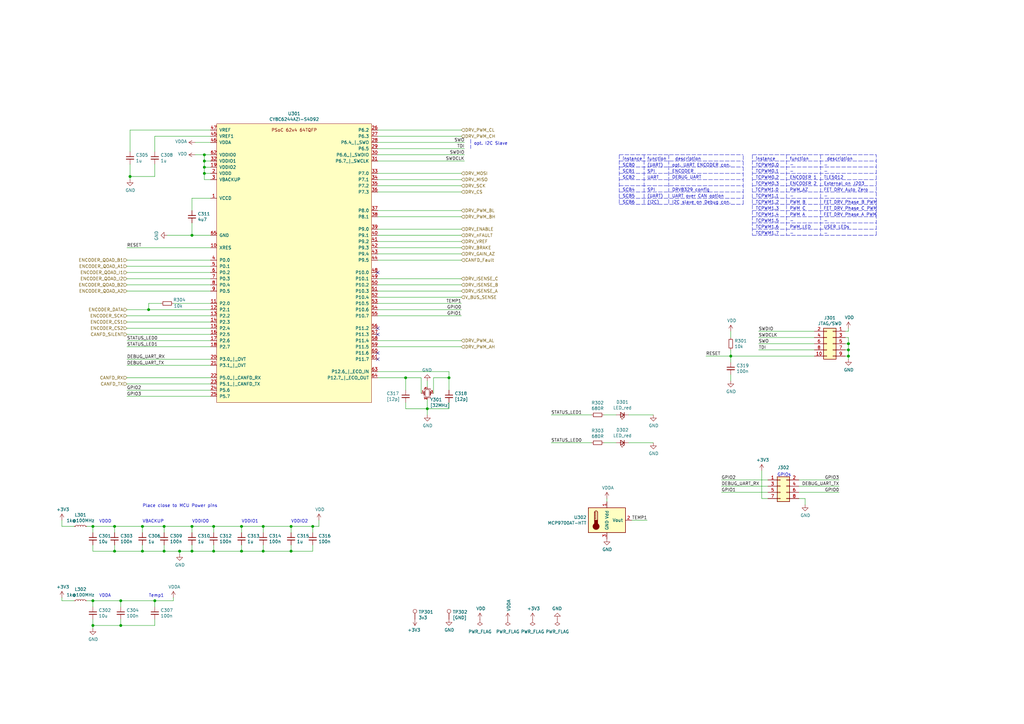
<source format=kicad_sch>
(kicad_sch (version 20210406) (generator eeschema)
  (paper "A3")
  (lib_symbols
    (symbol "Connector:TestPoint" (pin_numbers hide) (pin_names (offset 0.762) hide)
      (property "Reference" "TP" (at 0 6.858 0))
      (property "Value" "TestPoint" (at 0 5.08 0))
      (symbol "TestPoint_1_1"
        (pin passive line (at 0 0 90) (length 2.54) (name "1") (number "1"))
      )
    )
    (symbol "Connector_Generic:Conn_02x04_Odd_Even" (pin_names (offset 1.016) hide)
      (property "Reference" "J" (at 1.27 5.08 0))
      (property "Value" "Conn_02x04_Odd_Even" (at 1.27 -7.62 0))
      (symbol "Conn_02x04_Odd_Even_1_1"
        (pin passive line (at -5.08 2.54 0) (length 3.81) (name "Pin_1") (number "1"))
        (pin passive line (at 7.62 2.54 180) (length 3.81) (name "Pin_2") (number "2"))
        (pin passive line (at -5.08 0 0) (length 3.81) (name "Pin_3") (number "3"))
        (pin passive line (at 7.62 0 180) (length 3.81) (name "Pin_4") (number "4"))
        (pin passive line (at -5.08 -2.54 0) (length 3.81) (name "Pin_5") (number "5"))
        (pin passive line (at 7.62 -2.54 180) (length 3.81) (name "Pin_6") (number "6"))
        (pin passive line (at -5.08 -5.08 0) (length 3.81) (name "Pin_7") (number "7"))
        (pin passive line (at 7.62 -5.08 180) (length 3.81) (name "Pin_8") (number "8"))
      )
    )
    (symbol "Connector_Generic:Conn_02x05_Odd_Even" (pin_names (offset 1.016) hide)
      (property "Reference" "J" (at 1.27 7.62 0))
      (property "Value" "Conn_02x05_Odd_Even" (at 1.27 -7.62 0))
      (symbol "Conn_02x05_Odd_Even_1_1"
        (pin passive line (at -5.08 5.08 0) (length 3.81) (name "Pin_1") (number "1"))
        (pin passive line (at 7.62 -5.08 180) (length 3.81) (name "Pin_10") (number "10"))
        (pin passive line (at 7.62 5.08 180) (length 3.81) (name "Pin_2") (number "2"))
        (pin passive line (at -5.08 2.54 0) (length 3.81) (name "Pin_3") (number "3"))
        (pin passive line (at 7.62 2.54 180) (length 3.81) (name "Pin_4") (number "4"))
        (pin passive line (at -5.08 0 0) (length 3.81) (name "Pin_5") (number "5"))
        (pin passive line (at 7.62 0 180) (length 3.81) (name "Pin_6") (number "6"))
        (pin passive line (at -5.08 -2.54 0) (length 3.81) (name "Pin_7") (number "7"))
        (pin passive line (at 7.62 -2.54 180) (length 3.81) (name "Pin_8") (number "8"))
        (pin passive line (at -5.08 -5.08 0) (length 3.81) (name "Pin_9") (number "9"))
      )
    )
    (symbol "Device:C_Small" (pin_numbers hide) (pin_names (offset 0.254) hide)
      (property "Reference" "C" (at 0.254 1.778 0))
      (property "Value" "C_Small" (at 0.254 -2.032 0))
      (symbol "C_Small_1_1"
        (pin passive line (at 0 2.54 270) (length 2.032) (name "~") (number "1"))
        (pin passive line (at 0 -2.54 90) (length 2.032) (name "~") (number "2"))
      )
    )
    (symbol "Device:Crystal_GND24_Small" (pin_names (offset 1.016) hide)
      (property "Reference" "Y" (at 1.27 4.445 0))
      (property "Value" "Crystal_GND24_Small" (at 1.27 2.54 0))
      (symbol "Crystal_GND24_Small_1_1"
        (pin passive line (at -2.54 0 0) (length 1.27) (name "1") (number "1"))
        (pin passive line (at 0 -2.54 90) (length 0.635) (name "2") (number "2"))
        (pin passive line (at 2.54 0 180) (length 1.27) (name "3") (number "3"))
        (pin passive line (at 0 2.54 270) (length 0.635) (name "4") (number "4"))
      )
    )
    (symbol "Device:LED_Small" (pin_numbers hide) (pin_names (offset 0.254) hide)
      (property "Reference" "D" (at -1.27 3.175 0))
      (property "Value" "LED_Small" (at -4.445 -2.54 0))
      (symbol "LED_Small_1_1"
        (pin passive line (at -2.54 0 0) (length 1.778) (name "K") (number "1"))
        (pin passive line (at 2.54 0 180) (length 1.778) (name "A") (number "2"))
      )
    )
    (symbol "Device:L_Small" (pin_numbers hide) (pin_names (offset 0.254) hide)
      (property "Reference" "L" (at 0.762 1.016 0))
      (property "Value" "L_Small" (at 0.762 -1.016 0))
      (symbol "L_Small_1_1"
        (pin passive line (at 0 2.54 270) (length 0.508) (name "~") (number "1"))
        (pin passive line (at 0 -2.54 90) (length 0.508) (name "~") (number "2"))
      )
    )
    (symbol "Device:R_Small" (pin_numbers hide) (pin_names (offset 0.254) hide)
      (property "Reference" "R" (at 0.762 0.508 0))
      (property "Value" "R_Small" (at 0.762 -1.016 0))
      (symbol "R_Small_1_1"
        (pin passive line (at 0 2.54 270) (length 0.762) (name "~") (number "1"))
        (pin passive line (at 0 -2.54 90) (length 0.762) (name "~") (number "2"))
      )
    )
    (symbol "OpenTurn-rescue:CY8C6244AZI-S4D92-cy8c6244azi-s4d92" (pin_names (offset 1.016))
      (property "Reference" "U" (at 1.27 1.27 0))
      (property "Value" "CY8C6244AZI-S4D92-cy8c6244azi-s4d92" (at 53.34 -115.57 0))
      (symbol "CY8C6244AZI-S4D92-cy8c6244azi-s4d92_0_0"
        (text "PSoC 62x4 64TQFP" (at 31.75 -2.54 0) (effects (font (size 1.27 1.27))))
      )
      (symbol "CY8C6244AZI-S4D92-cy8c6244azi-s4d92_1_1"
        (pin power_out line (at -2.54 -30.48 0) (length 2.54) (name "VCCD") (number "1"))
        (pin bidirectional line (at -2.54 -50.8 0) (length 2.54) (name "XRES") (number "10"))
        (pin bidirectional line (at -2.54 -73.66 0) (length 2.54) (name "P2.0") (number "11"))
        (pin bidirectional line (at -2.54 -76.2 0) (length 2.54) (name "P2.1") (number "12"))
        (pin bidirectional line (at -2.54 -78.74 0) (length 2.54) (name "P2.2") (number "13"))
        (pin bidirectional line (at -2.54 -81.28 0) (length 2.54) (name "P2.3") (number "14"))
        (pin bidirectional line (at -2.54 -83.82 0) (length 2.54) (name "P2.4") (number "15"))
        (pin bidirectional line (at -2.54 -86.36 0) (length 2.54) (name "P2.5") (number "16"))
        (pin bidirectional line (at -2.54 -88.9 0) (length 2.54) (name "P2.6") (number "17"))
        (pin bidirectional line (at -2.54 -91.44 0) (length 2.54) (name "P2.7") (number "18"))
        (pin power_in line (at -2.54 -17.78 0) (length 2.54) (name "VDDIO2") (number "19"))
        (pin power_in line (at -2.54 -20.32 0) (length 2.54) (name "VDDD") (number "2"))
        (pin bidirectional line (at -2.54 -96.52 0) (length 2.54) (name "P3.0_|_OVT") (number "20"))
        (pin bidirectional line (at -2.54 -99.06 0) (length 2.54) (name "P3.1_|_OVT") (number "21"))
        (pin bidirectional line (at -2.54 -104.14 0) (length 2.54) (name "P5.0_|_CANFD_RX") (number "22"))
        (pin bidirectional line (at -2.54 -106.68 0) (length 2.54) (name "P5.1_|_CANFD_TX") (number "23"))
        (pin bidirectional line (at -2.54 -109.22 0) (length 2.54) (name "P5.6") (number "24"))
        (pin bidirectional line (at -2.54 -111.76 0) (length 2.54) (name "P5.7") (number "25"))
        (pin bidirectional line (at 66.04 -2.54 180) (length 2.54) (name "P6.2") (number "26"))
        (pin bidirectional line (at 66.04 -5.08 180) (length 2.54) (name "P6.3") (number "27"))
        (pin bidirectional line (at 66.04 -7.62 180) (length 2.54) (name "P6.4_|_SWO") (number "28"))
        (pin bidirectional line (at 66.04 -10.16 180) (length 2.54) (name "P6.5") (number "29"))
        (pin power_in line (at -2.54 -22.86 0) (length 2.54) (name "VBACKUP") (number "3"))
        (pin bidirectional line (at 66.04 -12.7 180) (length 2.54) (name "P6.6_|_SWDIO") (number "30"))
        (pin bidirectional line (at 66.04 -15.24 180) (length 2.54) (name "P6.7_|_SWCLK") (number "31"))
        (pin power_in line (at -2.54 -15.24 0) (length 2.54) (name "VDDIO1") (number "32"))
        (pin bidirectional line (at 66.04 -20.32 180) (length 2.54) (name "P7.0") (number "33"))
        (pin bidirectional line (at 66.04 -22.86 180) (length 2.54) (name "P7.1") (number "34"))
        (pin bidirectional line (at 66.04 -25.4 180) (length 2.54) (name "P7.2") (number "35"))
        (pin bidirectional line (at 66.04 -27.94 180) (length 2.54) (name "P7.3") (number "36"))
        (pin bidirectional line (at 66.04 -35.56 180) (length 2.54) (name "P8.0") (number "37"))
        (pin bidirectional line (at 66.04 -38.1 180) (length 2.54) (name "P8.1") (number "38"))
        (pin bidirectional line (at 66.04 -43.18 180) (length 2.54) (name "P9.0") (number "39"))
        (pin bidirectional line (at -2.54 -55.88 0) (length 2.54) (name "P0.0") (number "4"))
        (pin bidirectional line (at 66.04 -45.72 180) (length 2.54) (name "P9.1") (number "40"))
        (pin bidirectional line (at 66.04 -48.26 180) (length 2.54) (name "P9.2") (number "41"))
        (pin bidirectional line (at 66.04 -50.8 180) (length 2.54) (name "P9.3") (number "42"))
        (pin bidirectional line (at 66.04 -53.34 180) (length 2.54) (name "P9.4") (number "43"))
        (pin bidirectional line (at 66.04 -55.88 180) (length 2.54) (name "P9.5") (number "44"))
        (pin power_out line (at -2.54 -5.08 0) (length 2.54) (name "VREF1") (number "45"))
        (pin power_in line (at -2.54 -7.62 0) (length 2.54) (name "VDDA") (number "46"))
        (pin power_out line (at -2.54 -2.54 0) (length 2.54) (name "VREF") (number "47"))
        (pin bidirectional line (at 66.04 -60.96 180) (length 2.54) (name "P10.0") (number "48"))
        (pin bidirectional line (at 66.04 -63.5 180) (length 2.54) (name "P10.1") (number "49"))
        (pin bidirectional line (at -2.54 -58.42 0) (length 2.54) (name "P0.1") (number "5"))
        (pin bidirectional line (at 66.04 -66.04 180) (length 2.54) (name "P10.2") (number "50"))
        (pin bidirectional line (at 66.04 -68.58 180) (length 2.54) (name "P10.3") (number "51"))
        (pin bidirectional line (at 66.04 -71.12 180) (length 2.54) (name "P10.4") (number "52"))
        (pin bidirectional line (at 66.04 -73.66 180) (length 2.54) (name "P10.5") (number "53"))
        (pin bidirectional line (at 66.04 -76.2 180) (length 2.54) (name "P10.6") (number "54"))
        (pin bidirectional line (at 66.04 -78.74 180) (length 2.54) (name "P10.7") (number "55"))
        (pin bidirectional line (at 66.04 -83.82 180) (length 2.54) (name "P11.2") (number "56"))
        (pin bidirectional line (at 66.04 -86.36 180) (length 2.54) (name "P11.3") (number "57"))
        (pin bidirectional line (at 66.04 -88.9 180) (length 2.54) (name "P11.4") (number "58"))
        (pin bidirectional line (at 66.04 -91.44 180) (length 2.54) (name "P11.5") (number "59"))
        (pin bidirectional line (at -2.54 -60.96 0) (length 2.54) (name "P0.2") (number "6"))
        (pin bidirectional line (at 66.04 -93.98 180) (length 2.54) (name "P11.6") (number "60"))
        (pin bidirectional line (at 66.04 -96.52 180) (length 2.54) (name "P11.7") (number "61"))
        (pin power_in line (at -2.54 -12.7 0) (length 2.54) (name "VDDIO0") (number "62"))
        (pin bidirectional line (at 66.04 -101.6 180) (length 2.54) (name "P12.6_|_ECO_IN") (number "63"))
        (pin bidirectional line (at 66.04 -104.14 180) (length 2.54) (name "P12.7_|_ECO_OUT") (number "64"))
        (pin power_in line (at -2.54 -45.72 0) (length 2.54) (name "GND") (number "65"))
        (pin bidirectional line (at -2.54 -63.5 0) (length 2.54) (name "P0.3") (number "7"))
        (pin bidirectional line (at -2.54 -66.04 0) (length 2.54) (name "P0.4") (number "8"))
        (pin bidirectional line (at -2.54 -68.58 0) (length 2.54) (name "P0.5") (number "9"))
      )
    )
    (symbol "Sensor_Temperature:MCP9700AT-HTT" (pin_names (offset 1.016))
      (property "Reference" "U" (at -6.35 6.35 0))
      (property "Value" "MCP9700AT-HTT" (at 1.27 6.35 0))
      (symbol "MCP9700AT-HTT_1_1"
        (pin power_in line (at 0 7.62 270) (length 2.54) (name "Vdd") (number "1"))
        (pin output line (at 10.16 0 180) (length 2.54) (name "Vout") (number "2"))
        (pin power_in line (at 0 -7.62 90) (length 2.54) (name "GND") (number "3"))
      )
    )
    (symbol "power:+3.3V" (power) (pin_names (offset 0))
      (property "Value" "+3.3V" (at 0 3.556 0))
      (symbol "+3.3V_1_1"
        (pin power_in line (at 0 0 90) (length 0) hide (name "+3V3") (number "1"))
      )
    )
    (symbol "power:GND" (power) (pin_names (offset 0))
      (property "Value" "GND" (at 0 -3.81 0))
      (symbol "GND_1_1"
        (pin power_in line (at 0 0 270) (length 0) hide (name "GND") (number "1"))
      )
    )
    (symbol "power:PWR_FLAG" (power) (pin_numbers hide) (pin_names (offset 0) hide)
      (property "Value" "PWR_FLAG" (at 0 3.81 0))
      (symbol "PWR_FLAG_0_0"
        (pin power_out line (at 0 0 90) (length 0) (name "pwr") (number "1"))
      )
    )
    (symbol "power:VDD" (power) (pin_names (offset 0))
      (property "Value" "VDD" (at 0 3.81 0))
      (symbol "VDD_1_1"
        (pin power_in line (at 0 0 90) (length 0) hide (name "VDD") (number "1"))
      )
    )
    (symbol "power:VDDA" (power) (pin_names (offset 0))
      (property "Value" "VDDA" (at 0 3.81 0))
      (symbol "VDDA_1_1"
        (pin power_in line (at 0 0 90) (length 0) hide (name "VDDA") (number "1"))
      )
    )
  )
  (junction (at 38.1 215.9) (diameter 1.016))
  (junction (at 38.1 246.38) (diameter 1.016))
  (junction (at 38.1 256.54) (diameter 1.016))
  (junction (at 46.99 215.9) (diameter 1.016))
  (junction (at 46.99 226.06) (diameter 1.016))
  (junction (at 49.53 246.38) (diameter 1.016))
  (junction (at 49.53 256.54) (diameter 1.016))
  (junction (at 53.34 72.39) (diameter 1.016))
  (junction (at 58.42 215.9) (diameter 1.016))
  (junction (at 58.42 226.06) (diameter 1.016))
  (junction (at 60.96 127) (diameter 1.016))
  (junction (at 63.5 246.38) (diameter 1.016))
  (junction (at 67.31 215.9) (diameter 1.016))
  (junction (at 67.31 226.06) (diameter 1.016))
  (junction (at 73.66 226.06) (diameter 1.016))
  (junction (at 78.74 96.52) (diameter 1.016))
  (junction (at 78.74 215.9) (diameter 1.016))
  (junction (at 78.74 226.06) (diameter 1.016))
  (junction (at 83.82 63.5) (diameter 1.016))
  (junction (at 83.82 66.04) (diameter 1.016))
  (junction (at 83.82 68.58) (diameter 1.016))
  (junction (at 83.82 71.12) (diameter 1.016))
  (junction (at 87.63 215.9) (diameter 1.016))
  (junction (at 87.63 226.06) (diameter 1.016))
  (junction (at 99.06 215.9) (diameter 1.016))
  (junction (at 99.06 226.06) (diameter 1.016))
  (junction (at 107.95 215.9) (diameter 1.016))
  (junction (at 107.95 226.06) (diameter 1.016))
  (junction (at 119.38 215.9) (diameter 1.016))
  (junction (at 119.38 226.06) (diameter 1.016))
  (junction (at 128.27 215.9) (diameter 1.016))
  (junction (at 166.37 154.94) (diameter 1.016))
  (junction (at 175.26 167.64) (diameter 1.016))
  (junction (at 184.15 154.94) (diameter 1.016))
  (junction (at 299.72 146.05) (diameter 1.016))
  (junction (at 347.98 140.97) (diameter 1.016))
  (junction (at 347.98 143.51) (diameter 1.016))
  (junction (at 347.98 146.05) (diameter 1.016))
  (no_connect (at 154.94 111.76))
  (no_connect (at 154.94 134.62))
  (no_connect (at 154.94 137.16))
  (no_connect (at 154.94 144.78))
  (no_connect (at 154.94 147.32))
  (wire (pts (xy 25.4 215.9) (xy 25.4 213.36)))
  (wire (pts (xy 25.4 246.38) (xy 25.4 245.11)))
  (wire (pts (xy 30.48 215.9) (xy 25.4 215.9)))
  (wire (pts (xy 30.48 246.38) (xy 25.4 246.38)))
  (wire (pts (xy 35.56 215.9) (xy 38.1 215.9)))
  (wire (pts (xy 35.56 246.38) (xy 38.1 246.38)))
  (wire (pts (xy 38.1 215.9) (xy 46.99 215.9)))
  (wire (pts (xy 38.1 218.44) (xy 38.1 215.9)))
  (wire (pts (xy 38.1 226.06) (xy 38.1 223.52)))
  (wire (pts (xy 38.1 226.06) (xy 46.99 226.06)))
  (wire (pts (xy 38.1 246.38) (xy 49.53 246.38)))
  (wire (pts (xy 38.1 248.92) (xy 38.1 246.38)))
  (wire (pts (xy 38.1 256.54) (xy 38.1 254)))
  (wire (pts (xy 38.1 256.54) (xy 49.53 256.54)))
  (wire (pts (xy 38.1 257.81) (xy 38.1 256.54)))
  (wire (pts (xy 46.99 215.9) (xy 58.42 215.9)))
  (wire (pts (xy 46.99 218.44) (xy 46.99 215.9)))
  (wire (pts (xy 46.99 223.52) (xy 46.99 226.06)))
  (wire (pts (xy 49.53 246.38) (xy 63.5 246.38)))
  (wire (pts (xy 49.53 248.92) (xy 49.53 246.38)))
  (wire (pts (xy 49.53 254) (xy 49.53 256.54)))
  (wire (pts (xy 52.07 106.68) (xy 86.36 106.68)))
  (wire (pts (xy 52.07 109.22) (xy 86.36 109.22)))
  (wire (pts (xy 52.07 111.76) (xy 86.36 111.76)))
  (wire (pts (xy 52.07 114.3) (xy 86.36 114.3)))
  (wire (pts (xy 52.07 116.84) (xy 86.36 116.84)))
  (wire (pts (xy 52.07 119.38) (xy 86.36 119.38)))
  (wire (pts (xy 52.07 129.54) (xy 86.36 129.54)))
  (wire (pts (xy 52.07 132.08) (xy 86.36 132.08)))
  (wire (pts (xy 52.07 134.62) (xy 86.36 134.62)))
  (wire (pts (xy 53.34 53.34) (xy 53.34 62.23)))
  (wire (pts (xy 53.34 67.31) (xy 53.34 72.39)))
  (wire (pts (xy 53.34 73.66) (xy 53.34 72.39)))
  (wire (pts (xy 58.42 215.9) (xy 67.31 215.9)))
  (wire (pts (xy 58.42 218.44) (xy 58.42 215.9)))
  (wire (pts (xy 58.42 226.06) (xy 46.99 226.06)))
  (wire (pts (xy 58.42 226.06) (xy 58.42 223.52)))
  (wire (pts (xy 58.42 226.06) (xy 67.31 226.06)))
  (wire (pts (xy 60.96 124.46) (xy 60.96 127)))
  (wire (pts (xy 60.96 127) (xy 52.07 127)))
  (wire (pts (xy 60.96 127) (xy 86.36 127)))
  (wire (pts (xy 63.5 55.88) (xy 63.5 62.23)))
  (wire (pts (xy 63.5 67.31) (xy 63.5 72.39)))
  (wire (pts (xy 63.5 72.39) (xy 53.34 72.39)))
  (wire (pts (xy 63.5 246.38) (xy 63.5 248.92)))
  (wire (pts (xy 63.5 246.38) (xy 71.12 246.38)))
  (wire (pts (xy 63.5 254) (xy 63.5 256.54)))
  (wire (pts (xy 63.5 256.54) (xy 49.53 256.54)))
  (wire (pts (xy 66.04 124.46) (xy 60.96 124.46)))
  (wire (pts (xy 67.31 215.9) (xy 78.74 215.9)))
  (wire (pts (xy 67.31 218.44) (xy 67.31 215.9)))
  (wire (pts (xy 67.31 223.52) (xy 67.31 226.06)))
  (wire (pts (xy 71.12 246.38) (xy 71.12 245.11)))
  (wire (pts (xy 73.66 226.06) (xy 67.31 226.06)))
  (wire (pts (xy 73.66 227.33) (xy 73.66 226.06)))
  (wire (pts (xy 78.74 86.36) (xy 78.74 81.28)))
  (wire (pts (xy 78.74 91.44) (xy 78.74 96.52)))
  (wire (pts (xy 78.74 96.52) (xy 68.58 96.52)))
  (wire (pts (xy 78.74 215.9) (xy 87.63 215.9)))
  (wire (pts (xy 78.74 218.44) (xy 78.74 215.9)))
  (wire (pts (xy 78.74 226.06) (xy 73.66 226.06)))
  (wire (pts (xy 78.74 226.06) (xy 78.74 223.52)))
  (wire (pts (xy 78.74 226.06) (xy 87.63 226.06)))
  (wire (pts (xy 80.01 58.42) (xy 86.36 58.42)))
  (wire (pts (xy 80.01 63.5) (xy 83.82 63.5)))
  (wire (pts (xy 83.82 63.5) (xy 83.82 66.04)))
  (wire (pts (xy 83.82 63.5) (xy 86.36 63.5)))
  (wire (pts (xy 83.82 66.04) (xy 83.82 68.58)))
  (wire (pts (xy 83.82 66.04) (xy 86.36 66.04)))
  (wire (pts (xy 83.82 68.58) (xy 83.82 71.12)))
  (wire (pts (xy 83.82 71.12) (xy 83.82 73.66)))
  (wire (pts (xy 83.82 73.66) (xy 86.36 73.66)))
  (wire (pts (xy 86.36 53.34) (xy 53.34 53.34)))
  (wire (pts (xy 86.36 55.88) (xy 63.5 55.88)))
  (wire (pts (xy 86.36 68.58) (xy 83.82 68.58)))
  (wire (pts (xy 86.36 71.12) (xy 83.82 71.12)))
  (wire (pts (xy 86.36 81.28) (xy 78.74 81.28)))
  (wire (pts (xy 86.36 96.52) (xy 78.74 96.52)))
  (wire (pts (xy 86.36 101.6) (xy 52.07 101.6)))
  (wire (pts (xy 86.36 124.46) (xy 71.12 124.46)))
  (wire (pts (xy 86.36 137.16) (xy 52.07 137.16)))
  (wire (pts (xy 86.36 139.7) (xy 52.07 139.7)))
  (wire (pts (xy 86.36 142.24) (xy 52.07 142.24)))
  (wire (pts (xy 86.36 147.32) (xy 52.07 147.32)))
  (wire (pts (xy 86.36 149.86) (xy 52.07 149.86)))
  (wire (pts (xy 86.36 154.94) (xy 52.07 154.94)))
  (wire (pts (xy 86.36 157.48) (xy 52.07 157.48)))
  (wire (pts (xy 86.36 160.02) (xy 52.07 160.02)))
  (wire (pts (xy 86.36 162.56) (xy 52.07 162.56)))
  (wire (pts (xy 87.63 215.9) (xy 99.06 215.9)))
  (wire (pts (xy 87.63 218.44) (xy 87.63 215.9)))
  (wire (pts (xy 87.63 223.52) (xy 87.63 226.06)))
  (wire (pts (xy 99.06 215.9) (xy 107.95 215.9)))
  (wire (pts (xy 99.06 218.44) (xy 99.06 215.9)))
  (wire (pts (xy 99.06 226.06) (xy 87.63 226.06)))
  (wire (pts (xy 99.06 226.06) (xy 99.06 223.52)))
  (wire (pts (xy 99.06 226.06) (xy 107.95 226.06)))
  (wire (pts (xy 107.95 215.9) (xy 119.38 215.9)))
  (wire (pts (xy 107.95 218.44) (xy 107.95 215.9)))
  (wire (pts (xy 107.95 223.52) (xy 107.95 226.06)))
  (wire (pts (xy 119.38 215.9) (xy 128.27 215.9)))
  (wire (pts (xy 119.38 218.44) (xy 119.38 215.9)))
  (wire (pts (xy 119.38 226.06) (xy 107.95 226.06)))
  (wire (pts (xy 119.38 226.06) (xy 119.38 223.52)))
  (wire (pts (xy 119.38 226.06) (xy 128.27 226.06)))
  (wire (pts (xy 128.27 215.9) (xy 130.81 215.9)))
  (wire (pts (xy 128.27 218.44) (xy 128.27 215.9)))
  (wire (pts (xy 128.27 223.52) (xy 128.27 226.06)))
  (wire (pts (xy 130.81 215.9) (xy 130.81 213.36)))
  (wire (pts (xy 154.94 53.34) (xy 189.23 53.34)))
  (wire (pts (xy 154.94 55.88) (xy 189.23 55.88)))
  (wire (pts (xy 154.94 58.42) (xy 190.5 58.42)))
  (wire (pts (xy 154.94 60.96) (xy 190.5 60.96)))
  (wire (pts (xy 154.94 63.5) (xy 190.5 63.5)))
  (wire (pts (xy 154.94 66.04) (xy 190.5 66.04)))
  (wire (pts (xy 154.94 71.12) (xy 189.23 71.12)))
  (wire (pts (xy 154.94 73.66) (xy 189.23 73.66)))
  (wire (pts (xy 154.94 76.2) (xy 189.23 76.2)))
  (wire (pts (xy 154.94 78.74) (xy 189.23 78.74)))
  (wire (pts (xy 154.94 86.36) (xy 189.23 86.36)))
  (wire (pts (xy 154.94 88.9) (xy 189.23 88.9)))
  (wire (pts (xy 154.94 93.98) (xy 189.23 93.98)))
  (wire (pts (xy 154.94 96.52) (xy 189.23 96.52)))
  (wire (pts (xy 154.94 99.06) (xy 189.23 99.06)))
  (wire (pts (xy 154.94 101.6) (xy 189.23 101.6)))
  (wire (pts (xy 154.94 104.14) (xy 189.23 104.14)))
  (wire (pts (xy 154.94 106.68) (xy 189.23 106.68)))
  (wire (pts (xy 154.94 114.3) (xy 189.23 114.3)))
  (wire (pts (xy 154.94 116.84) (xy 189.23 116.84)))
  (wire (pts (xy 154.94 119.38) (xy 189.23 119.38)))
  (wire (pts (xy 154.94 121.92) (xy 189.23 121.92)))
  (wire (pts (xy 154.94 124.46) (xy 189.23 124.46)))
  (wire (pts (xy 154.94 127) (xy 189.23 127)))
  (wire (pts (xy 154.94 129.54) (xy 189.23 129.54)))
  (wire (pts (xy 154.94 139.7) (xy 189.23 139.7)))
  (wire (pts (xy 154.94 142.24) (xy 189.23 142.24)))
  (wire (pts (xy 154.94 154.94) (xy 166.37 154.94)))
  (wire (pts (xy 166.37 154.94) (xy 166.37 160.02)))
  (wire (pts (xy 166.37 154.94) (xy 172.72 154.94)))
  (wire (pts (xy 166.37 165.1) (xy 166.37 167.64)))
  (wire (pts (xy 166.37 167.64) (xy 175.26 167.64)))
  (wire (pts (xy 172.72 161.29) (xy 172.72 154.94)))
  (wire (pts (xy 175.26 158.75) (xy 175.26 156.21)))
  (wire (pts (xy 175.26 163.83) (xy 175.26 167.64)))
  (wire (pts (xy 175.26 167.64) (xy 175.26 170.18)))
  (wire (pts (xy 175.26 167.64) (xy 184.15 167.64)))
  (wire (pts (xy 177.8 154.94) (xy 177.8 161.29)))
  (wire (pts (xy 177.8 154.94) (xy 184.15 154.94)))
  (wire (pts (xy 184.15 152.4) (xy 154.94 152.4)))
  (wire (pts (xy 184.15 154.94) (xy 184.15 152.4)))
  (wire (pts (xy 184.15 154.94) (xy 184.15 160.02)))
  (wire (pts (xy 184.15 165.1) (xy 184.15 167.64)))
  (wire (pts (xy 226.06 170.18) (xy 242.57 170.18)))
  (wire (pts (xy 226.06 181.61) (xy 242.57 181.61)))
  (wire (pts (xy 247.65 170.18) (xy 252.73 170.18)))
  (wire (pts (xy 247.65 181.61) (xy 252.73 181.61)))
  (wire (pts (xy 248.92 204.47) (xy 248.92 205.74)))
  (wire (pts (xy 257.81 170.18) (xy 267.97 170.18)))
  (wire (pts (xy 257.81 181.61) (xy 267.97 181.61)))
  (wire (pts (xy 259.08 213.36) (xy 265.43 213.36)))
  (wire (pts (xy 289.56 146.05) (xy 299.72 146.05)))
  (wire (pts (xy 295.91 196.85) (xy 314.96 196.85)))
  (wire (pts (xy 295.91 201.93) (xy 314.96 201.93)))
  (wire (pts (xy 299.72 135.89) (xy 299.72 138.43)))
  (wire (pts (xy 299.72 143.51) (xy 299.72 146.05)))
  (wire (pts (xy 299.72 146.05) (xy 334.01 146.05)))
  (wire (pts (xy 299.72 148.59) (xy 299.72 146.05)))
  (wire (pts (xy 299.72 153.67) (xy 299.72 156.21)))
  (wire (pts (xy 311.15 143.51) (xy 334.01 143.51)))
  (wire (pts (xy 312.42 193.04) (xy 312.42 204.47)))
  (wire (pts (xy 312.42 204.47) (xy 314.96 204.47)))
  (wire (pts (xy 314.96 199.39) (xy 295.91 199.39)))
  (wire (pts (xy 327.66 196.85) (xy 344.17 196.85)))
  (wire (pts (xy 327.66 199.39) (xy 344.17 199.39)))
  (wire (pts (xy 327.66 201.93) (xy 344.17 201.93)))
  (wire (pts (xy 330.2 204.47) (xy 327.66 204.47)))
  (wire (pts (xy 330.2 207.01) (xy 330.2 204.47)))
  (wire (pts (xy 334.01 135.89) (xy 311.15 135.89)))
  (wire (pts (xy 334.01 138.43) (xy 311.15 138.43)))
  (wire (pts (xy 334.01 140.97) (xy 311.15 140.97)))
  (wire (pts (xy 347.98 134.62) (xy 347.98 135.89)))
  (wire (pts (xy 347.98 135.89) (xy 346.71 135.89)))
  (wire (pts (xy 347.98 138.43) (xy 346.71 138.43)))
  (wire (pts (xy 347.98 140.97) (xy 346.71 140.97)))
  (wire (pts (xy 347.98 140.97) (xy 347.98 138.43)))
  (wire (pts (xy 347.98 143.51) (xy 346.71 143.51)))
  (wire (pts (xy 347.98 143.51) (xy 347.98 140.97)))
  (wire (pts (xy 347.98 146.05) (xy 346.71 146.05)))
  (wire (pts (xy 347.98 146.05) (xy 347.98 143.51)))
  (wire (pts (xy 347.98 147.32) (xy 347.98 146.05)))
  (polyline (pts (xy 193.04 57.15) (xy 193.04 60.96)) (stroke (width 0) (type dash)))
  (polyline (pts (xy 254 63.5) (xy 254 83.82)) (stroke (width 0) (type dash)))
  (polyline (pts (xy 254 63.5) (xy 304.8 63.5)) (stroke (width 0) (type dash)))
  (polyline (pts (xy 254 66.04) (xy 304.8 66.04)) (stroke (width 0) (type dash)))
  (polyline (pts (xy 254 68.4936) (xy 304.8 68.4936)) (stroke (width 0) (type dash)))
  (polyline (pts (xy 254 71.12) (xy 304.8 71.12)) (stroke (width 0) (type dash)))
  (polyline (pts (xy 254 73.66) (xy 304.8 73.66)) (stroke (width 0) (type dash)))
  (polyline (pts (xy 254 76.2) (xy 304.8 76.2)) (stroke (width 0) (type dash)))
  (polyline (pts (xy 254 78.74) (xy 304.8 78.74)) (stroke (width 0) (type dash)))
  (polyline (pts (xy 254 81.28) (xy 304.8 81.28)) (stroke (width 0) (type dash)))
  (polyline (pts (xy 254 83.82) (xy 304.8 83.82)) (stroke (width 0) (type dash)))
  (polyline (pts (xy 264.16 63.5) (xy 264.16 83.82)) (stroke (width 0) (type dash)))
  (polyline (pts (xy 274.32 63.5) (xy 274.32 83.82)) (stroke (width 0) (type dash)))
  (polyline (pts (xy 304.8 83.82) (xy 304.8 63.5)) (stroke (width 0) (type dash)))
  (polyline (pts (xy 308.61 63.5) (xy 308.61 96.52)) (stroke (width 0) (type dash)))
  (polyline (pts (xy 308.61 63.5) (xy 359.41 63.5)) (stroke (width 0) (type dash)))
  (polyline (pts (xy 308.61 66.04) (xy 359.41 66.04)) (stroke (width 0) (type dash)))
  (polyline (pts (xy 308.61 68.4936) (xy 359.41 68.4936)) (stroke (width 0) (type dash)))
  (polyline (pts (xy 308.61 71.12) (xy 359.41 71.12)) (stroke (width 0) (type dash)))
  (polyline (pts (xy 308.61 73.66) (xy 359.41 73.66)) (stroke (width 0) (type dash)))
  (polyline (pts (xy 308.61 76.2) (xy 359.41 76.2)) (stroke (width 0) (type dash)))
  (polyline (pts (xy 308.61 78.74) (xy 359.41 78.74)) (stroke (width 0) (type dash)))
  (polyline (pts (xy 308.61 81.28) (xy 359.41 81.28)) (stroke (width 0) (type dash)))
  (polyline (pts (xy 308.61 83.82) (xy 359.41 83.82)) (stroke (width 0) (type dash)))
  (polyline (pts (xy 308.61 86.36) (xy 359.41 86.36)) (stroke (width 0) (type dash)))
  (polyline (pts (xy 308.61 88.9) (xy 359.41 88.9)) (stroke (width 0) (type dash)))
  (polyline (pts (xy 308.61 91.44) (xy 359.41 91.44)) (stroke (width 0) (type dash)))
  (polyline (pts (xy 308.61 93.98) (xy 359.41 93.98)) (stroke (width 0) (type dash)))
  (polyline (pts (xy 308.61 96.52) (xy 359.41 96.52)) (stroke (width 0) (type dash)))
  (polyline (pts (xy 322.58 63.5) (xy 322.58 96.52)) (stroke (width 0) (type dash)))
  (polyline (pts (xy 336.55 63.5) (xy 336.55 96.52)) (stroke (width 0) (type dash)))
  (polyline (pts (xy 359.41 96.52) (xy 359.41 63.5)) (stroke (width 0) (type dash)))
  (text "VDDD" (at 40.64 214.63 0) (effects (font (size 1.27 1.27)) (justify left bottom)))
  (text "VDDA" (at 40.64 245.11 0) (effects (font (size 1.27 1.27)) (justify left bottom)))
  (text "Place close to MCU Power pins" (at 58.42 208.28 0) (effects (font (size 1.27 1.27)) (justify left bottom)))
  (text "VBACKUP" (at 58.42 214.63 0) (effects (font (size 1.27 1.27)) (justify left bottom)))
  (text "Temp1" (at 60.96 245.11 0) (effects (font (size 1.27 1.27)) (justify left bottom)))
  (text "VDDIO0" (at 78.74 214.63 0) (effects (font (size 1.27 1.27)) (justify left bottom)))
  (text "VDDIO1" (at 99.06 214.63 0) (effects (font (size 1.27 1.27)) (justify left bottom)))
  (text "VDDIO2" (at 119.38 214.63 0) (effects (font (size 1.27 1.27)) (justify left bottom)))
  (text "opt. I2C Slave" (at 194.31 59.69 0) (effects (font (size 1.27 1.27)) (justify left bottom)))
  (text "instance" (at 255.27 66.04 0) (effects (font (size 1.27 1.27)) (justify left bottom)))
  (text "SCB0" (at 255.27 68.58 0) (effects (font (size 1.27 1.27)) (justify left bottom)))
  (text "SCB1" (at 255.27 71.12 0) (effects (font (size 1.27 1.27)) (justify left bottom)))
  (text "SCB2" (at 255.27 73.66 0) (effects (font (size 1.27 1.27)) (justify left bottom)))
  (text "SCB4" (at 255.27 78.74 0) (effects (font (size 1.27 1.27)) (justify left bottom)))
  (text "SCB5" (at 255.27 81.28 0) (effects (font (size 1.27 1.27)) (justify left bottom)))
  (text "SCB6" (at 255.27 83.82 0) (effects (font (size 1.27 1.27)) (justify left bottom)))
  (text "function" (at 265.43 66.04 0) (effects (font (size 1.27 1.27)) (justify left bottom)))
  (text "(UART)" (at 265.43 68.58 0) (effects (font (size 1.27 1.27)) (justify left bottom)))
  (text "SPI" (at 265.43 71.12 0) (effects (font (size 1.27 1.27)) (justify left bottom)))
  (text "UART" (at 265.43 73.66 0) (effects (font (size 1.27 1.27)) (justify left bottom)))
  (text "SPI" (at 265.43 78.74 0) (effects (font (size 1.27 1.27)) (justify left bottom)))
  (text "(UART)" (at 265.43 81.28 0) (effects (font (size 1.27 1.27)) (justify left bottom)))
  (text "(I2C)" (at 265.43 83.82 0) (effects (font (size 1.27 1.27)) (justify left bottom)))
  (text "opt. UART ENCODER con." (at 275.59 68.58 0) (effects (font (size 1.27 1.27)) (justify left bottom)))
  (text "ENCODER" (at 275.59 71.12 0) (effects (font (size 1.27 1.27)) (justify left bottom)))
  (text "DEBUG UART" (at 275.59 73.5736 0) (effects (font (size 1.27 1.27)) (justify left bottom)))
  (text "DRV8329 config" (at 275.59 78.74 0) (effects (font (size 1.27 1.27)) (justify left bottom)))
  (text "UART over CAN option" (at 275.59 81.28 0) (effects (font (size 1.27 1.27)) (justify left bottom)))
  (text "I2C slave on Debug con." (at 275.59 83.82 0) (effects (font (size 1.27 1.27)) (justify left bottom)))
  (text "description" (at 276.86 66.04 0) (effects (font (size 1.27 1.27)) (justify left bottom)))
  (text "TCPWM1.0" (at 309.7607 78.74 0) (effects (font (size 1.27 1.27)) (justify left bottom)))
  (text "instance" (at 309.88 66.04 0) (effects (font (size 1.27 1.27)) (justify left bottom)))
  (text "TCPWM0.0" (at 309.88 68.58 0) (effects (font (size 1.27 1.27)) (justify left bottom)))
  (text "TCPWM0.1" (at 309.88 71.12 0) (effects (font (size 1.27 1.27)) (justify left bottom)))
  (text "TCPWM0.2" (at 309.88 73.66 0) (effects (font (size 1.27 1.27)) (justify left bottom)))
  (text "TCPWM0.3" (at 309.88 76.2 0) (effects (font (size 1.27 1.27)) (justify left bottom)))
  (text "TCPWM1.1" (at 309.88 81.28 0) (effects (font (size 1.27 1.27)) (justify left bottom)))
  (text "TCPWM1.2" (at 309.88 83.82 0) (effects (font (size 1.27 1.27)) (justify left bottom)))
  (text "TCPWM1.3" (at 309.88 86.36 0) (effects (font (size 1.27 1.27)) (justify left bottom)))
  (text "TCPWM1.4" (at 309.88 88.9 0) (effects (font (size 1.27 1.27)) (justify left bottom)))
  (text "TCPWM1.5" (at 309.88 91.44 0) (effects (font (size 1.27 1.27)) (justify left bottom)))
  (text "TCPWM1.6" (at 309.88 93.98 0) (effects (font (size 1.27 1.27)) (justify left bottom)))
  (text "TCPWM1.7" (at 309.88 96.52 0) (effects (font (size 1.27 1.27)) (justify left bottom)))
  (text "GPIOs" (at 318.77 195.58 0) (effects (font (size 1.27 1.27)) (justify left bottom)))
  (text "function" (at 323.85 66.04 0) (effects (font (size 1.27 1.27)) (justify left bottom)))
  (text "-" (at 323.85 68.4936 0) (effects (font (size 1.27 1.27)) (justify left bottom)))
  (text "-" (at 323.85 71.12 0) (effects (font (size 1.27 1.27)) (justify left bottom)))
  (text "ENCODER 1" (at 323.85 73.66 0) (effects (font (size 1.27 1.27)) (justify left bottom)))
  (text "ENCODER 2" (at 323.85 76.2 0) (effects (font (size 1.27 1.27)) (justify left bottom)))
  (text "PWM_AZ" (at 323.85 78.74 0) (effects (font (size 1.27 1.27)) (justify left bottom)))
  (text "-" (at 323.85 81.28 0) (effects (font (size 1.27 1.27)) (justify left bottom)))
  (text "PWM B" (at 323.85 83.82 0) (effects (font (size 1.27 1.27)) (justify left bottom)))
  (text "PWM C" (at 323.85 86.36 0) (effects (font (size 1.27 1.27)) (justify left bottom)))
  (text "PWM A" (at 323.85 88.9 0) (effects (font (size 1.27 1.27)) (justify left bottom)))
  (text "-" (at 323.85 91.44 0) (effects (font (size 1.27 1.27)) (justify left bottom)))
  (text "PWM_LED" (at 323.85 93.98 0) (effects (font (size 1.27 1.27)) (justify left bottom)))
  (text "-" (at 323.85 96.52 0) (effects (font (size 1.27 1.27)) (justify left bottom)))
  (text "FET DRV Phase B PWM" (at 337.7526 83.82 0) (effects (font (size 1.27 1.27)) (justify left bottom)))
  (text "FET DRV Phase C PWM" (at 337.7526 86.36 0) (effects (font (size 1.27 1.27)) (justify left bottom)))
  (text "FET DRV Phase A PWM" (at 337.7526 88.9 0) (effects (font (size 1.27 1.27)) (justify left bottom)))
  (text "-" (at 337.82 68.58 0) (effects (font (size 1.27 1.27)) (justify left bottom)))
  (text "-" (at 337.82 71.12 0) (effects (font (size 1.27 1.27)) (justify left bottom)))
  (text "TLE5012" (at 337.82 73.66 0) (effects (font (size 1.27 1.27)) (justify left bottom)))
  (text "External on J203" (at 337.82 76.2 0) (effects (font (size 1.27 1.27)) (justify left bottom)))
  (text "FET DRV Auto Zero" (at 337.82 78.74 0) (effects (font (size 1.27 1.27)) (justify left bottom)))
  (text "-" (at 337.82 81.28 0) (effects (font (size 1.27 1.27)) (justify left bottom)))
  (text "-" (at 337.82 91.44 0) (effects (font (size 1.27 1.27)) (justify left bottom)))
  (text "USER LEDs" (at 337.82 93.98 0) (effects (font (size 1.27 1.27)) (justify left bottom)))
  (text "-" (at 337.82 96.52 0) (effects (font (size 1.27 1.27)) (justify left bottom)))
  (text "description" (at 339.09 66.04 0) (effects (font (size 1.27 1.27)) (justify left bottom)))
  (label "RESET" (at 52.07 101.6 0))
  (label "STATUS_LED0" (at 52.07 139.7 0))
  (label "STATUS_LED1" (at 52.07 142.24 0))
  (label "DEBUG_UART_RX" (at 52.07 147.32 0))
  (label "DEBUG_UART_TX" (at 52.07 149.86 0))
  (label "GPIO2" (at 52.07 160.02 0))
  (label "GPIO3" (at 52.07 162.56 0))
  (label "TEMP1" (at 189.23 124.46 180))
  (label "GPIO0" (at 189.23 127 180))
  (label "GPIO1" (at 189.23 129.54 180))
  (label "SWO" (at 190.5 58.42 180))
  (label "TDI" (at 190.5 60.96 180))
  (label "SWDIO" (at 190.5 63.5 180))
  (label "SWDCLK" (at 190.5 66.04 180))
  (label "STATUS_LED1" (at 226.06 170.18 0))
  (label "STATUS_LED0" (at 226.06 181.61 0))
  (label "TEMP1" (at 265.43 213.36 180))
  (label "RESET" (at 289.56 146.05 0))
  (label "GPIO2" (at 295.91 196.85 0))
  (label "DEBUG_UART_RX" (at 295.91 199.39 0))
  (label "GPIO1" (at 295.91 201.93 0))
  (label "SWDIO" (at 311.15 135.89 0))
  (label "SWDCLK" (at 311.15 138.43 0))
  (label "SWO" (at 311.15 140.97 0))
  (label "TDI" (at 311.15 143.51 0))
  (label "GPIO3" (at 344.17 196.85 180))
  (label "DEBUG_UART_TX" (at 344.17 199.39 180))
  (label "GPIO0" (at 344.17 201.93 180))
  (hierarchical_label "ENCODER_QOAD_B1" (shape input) (at 52.07 106.68 180))
  (hierarchical_label "ENCODER_QOAD_A1" (shape input) (at 52.07 109.22 180))
  (hierarchical_label "ENCODER_QOAD_I1" (shape input) (at 52.07 111.76 180))
  (hierarchical_label "ENCODER_QOAD_I2" (shape input) (at 52.07 114.3 180))
  (hierarchical_label "ENCODER_QOAD_B2" (shape input) (at 52.07 116.84 180))
  (hierarchical_label "ENCODER_QOAD_A2" (shape input) (at 52.07 119.38 180))
  (hierarchical_label "ENCODER_DATA" (shape input) (at 52.07 127 180))
  (hierarchical_label "ENCODER_SCK" (shape input) (at 52.07 129.54 180))
  (hierarchical_label "ENCODER_CS1" (shape input) (at 52.07 132.08 180))
  (hierarchical_label "ENCODER_CS2" (shape input) (at 52.07 134.62 180))
  (hierarchical_label "CANFD_SILENT" (shape input) (at 52.07 137.16 180))
  (hierarchical_label "CANFD_RX" (shape input) (at 52.07 154.94 180))
  (hierarchical_label "CANFD_TX" (shape input) (at 52.07 157.48 180))
  (hierarchical_label "DRV_PWM_CL" (shape input) (at 189.23 53.34 0))
  (hierarchical_label "DRV_PWM_CH" (shape input) (at 189.23 55.88 0))
  (hierarchical_label "DRV_MOSI" (shape input) (at 189.23 71.12 0))
  (hierarchical_label "DRV_MISO" (shape input) (at 189.23 73.66 0))
  (hierarchical_label "DRV_SCK" (shape input) (at 189.23 76.2 0))
  (hierarchical_label "DRV_CS" (shape input) (at 189.23 78.74 0))
  (hierarchical_label "DRV_PWM_BL" (shape input) (at 189.23 86.36 0))
  (hierarchical_label "DRV_PWM_BH" (shape input) (at 189.23 88.9 0))
  (hierarchical_label "DRV_ENABLE" (shape input) (at 189.23 93.98 0))
  (hierarchical_label "DRV_nFAULT" (shape input) (at 189.23 96.52 0))
  (hierarchical_label "DRV_VREF" (shape input) (at 189.23 99.06 0))
  (hierarchical_label "DRV_BRAKE" (shape input) (at 189.23 101.6 0))
  (hierarchical_label "DRV_GAIN_AZ" (shape input) (at 189.23 104.14 0))
  (hierarchical_label "CANFD_Fault" (shape input) (at 189.23 106.68 0))
  (hierarchical_label "DRV_ISENSE_C" (shape input) (at 189.23 114.3 0))
  (hierarchical_label "DRV_ISENSE_B" (shape input) (at 189.23 116.84 0))
  (hierarchical_label "DRV_ISENSE_A" (shape input) (at 189.23 119.38 0))
  (hierarchical_label "V_BUS_SENSE" (shape input) (at 189.23 121.92 0))
  (hierarchical_label "DRV_PWM_AL" (shape input) (at 189.23 139.7 0))
  (hierarchical_label "DRV_PWM_AH" (shape input) (at 189.23 142.24 0))
  (symbol (lib_id "power:+3.3V") (at 25.4 213.36 0) (unit 1)
    (property "Reference" "#PWR0301" (effects hide))
    (property "Value" "+3.3V" (at 25.781 208.9658 0))
  )
  (symbol (lib_id "power:+3.3V") (at 25.4 245.11 0) (unit 1)
    (property "Reference" "#PWR0302" (effects hide))
    (property "Value" "+3.3V" (at 25.781 240.7158 0))
  )
  (symbol (lib_id "power:VDDA") (at 71.12 245.11 0) (unit 1)
    (property "Reference" "#PWR0305" (effects hide))
    (property "Value" "VDDA" (at 71.501 240.7158 0))
  )
  (symbol (lib_id "power:VDDA") (at 80.01 58.42 90) (unit 1)
    (property "Reference" "#PWR0308" (effects hide))
    (property "Value" "VDDA" (at 76.7588 58.039 90) (effects (justify left)))
  )
  (symbol (lib_id "power:VDD") (at 80.01 63.5 90) (unit 1)
    (property "Reference" "#PWR0309" (effects hide))
    (property "Value" "VDD" (at 76.7842 63.119 90) (effects (justify left)))
  )
  (symbol (lib_id "power:VDD") (at 130.81 213.36 0) (unit 1)
    (property "Reference" "#PWR0312" (effects hide))
    (property "Value" "VDD" (at 131.191 208.9658 0))
  )
  (symbol (lib_id "power:+3.3V") (at 170.18 254 180) (unit 1)
    (property "Reference" "#PWR0310" (effects hide))
    (property "Value" "+3.3V" (at 169.799 258.3942 0))
  )
  (symbol (lib_id "power:VDD") (at 196.85 254 0) (unit 1)
    (property "Reference" "#PWR0106" (effects hide))
    (property "Value" "VDD" (at 197.231 249.6058 0))
  )
  (symbol (lib_id "power:VDDA") (at 208.28 254 0) (unit 1)
    (property "Reference" "#PWR0107" (effects hide))
    (property "Value" "VDDA" (at 208.661 250.7488 90) (effects (justify left)))
  )
  (symbol (lib_id "power:+3.3V") (at 218.44 254 0) (unit 1)
    (property "Reference" "#PWR0109" (effects hide))
    (property "Value" "+3.3V" (at 218.821 249.6058 0))
  )
  (symbol (lib_id "power:VDDA") (at 248.92 204.47 0) (unit 1)
    (property "Reference" "#PWR0322" (effects hide))
    (property "Value" "VDDA" (at 249.301 200.0758 0))
  )
  (symbol (lib_id "power:VDD") (at 299.72 135.89 0) (unit 1)
    (property "Reference" "#PWR0316" (effects hide))
    (property "Value" "VDD" (at 300.101 131.4958 0))
  )
  (symbol (lib_id "power:+3.3V") (at 312.42 193.04 0) (unit 1)
    (property "Reference" "#PWR0321" (effects hide))
    (property "Value" "+3.3V" (at 312.801 188.6458 0))
  )
  (symbol (lib_id "power:VDD") (at 347.98 134.62 0) (unit 1)
    (property "Reference" "#PWR0313" (effects hide))
    (property "Value" "VDD" (at 348.361 130.2258 0))
  )
  (symbol (lib_id "Device:L_Small") (at 33.02 215.9 90) (unit 1)
    (property "Reference" "L301" (at 33.02 211.201 90))
    (property "Value" "1k@100MHz" (at 33.02 213.5124 90))
    (property "Footprint" "Inductor_SMD:L_0603_1608Metric" (effects hide))
    (property "package" "0603" (effects hide))
    (property "Digikey" "2184-BBPY00160808102Y00CT-ND" (effects hide))
  )
  (symbol (lib_id "Device:L_Small") (at 33.02 246.38 90) (unit 1)
    (property "Reference" "L302" (at 33.02 241.681 90))
    (property "Value" "1k@100MHz" (at 33.02 243.9924 90))
    (property "Footprint" "Inductor_SMD:L_0603_1608Metric" (effects hide))
    (property "package" "0603" (effects hide))
    (property "Digikey" "2184-BBPY00160808102Y00CT-ND" (effects hide))
  )
  (symbol (lib_id "power:PWR_FLAG") (at 196.85 254 180) (unit 1)
    (property "Reference" "#FLG0102" (effects hide))
    (property "Value" "PWR_FLAG" (at 196.85 259.08 0))
  )
  (symbol (lib_id "power:PWR_FLAG") (at 208.28 254 180) (unit 1)
    (property "Reference" "#FLG0101" (effects hide))
    (property "Value" "PWR_FLAG" (at 208.28 259.08 0))
  )
  (symbol (lib_id "power:PWR_FLAG") (at 218.44 254 180) (unit 1)
    (property "Reference" "#FLG0104" (effects hide))
    (property "Value" "PWR_FLAG" (at 218.44 259.08 0))
  )
  (symbol (lib_id "power:PWR_FLAG") (at 228.6 254 180) (unit 1)
    (property "Reference" "#FLG0105" (effects hide))
    (property "Value" "PWR_FLAG" (at 228.6 259.08 0))
  )
  (symbol (lib_id "Connector:TestPoint") (at 170.18 254 0) (unit 1)
    (property "Reference" "TP301" (at 171.6532 251.0028 0) (effects (justify left)))
    (property "Value" "3v3" (at 171.6532 253.3142 0) (effects (justify left)))
    (property "Footprint" "TestPoint:TestPoint_Pad_D1.5mm" (effects hide))
    (property "package" "-" (effects hide))
    (property "Digikey" "-" (effects hide))
  )
  (symbol (lib_id "Connector:TestPoint") (at 184.15 254 0) (unit 1)
    (property "Reference" "TP302" (at 185.6232 251.0028 0) (effects (justify left)))
    (property "Value" "[GND]" (at 185.6232 253.3142 0) (effects (justify left)))
    (property "Footprint" "Connector_PinHeader_2.54mm:PinHeader_1x01_P2.54mm_Vertical" (effects hide))
    (property "package" "Pinheader 1x1 (2.56mm)" (effects hide))
    (property "Digikey" "36-5281-ND" (effects hide))
  )
  (symbol (lib_id "power:GND") (at 38.1 257.81 0) (unit 1)
    (property "Reference" "#PWR0303" (effects hide))
    (property "Value" "GND" (at 38.227 262.2042 0))
  )
  (symbol (lib_id "power:GND") (at 53.34 73.66 0) (unit 1)
    (property "Reference" "#PWR0304" (effects hide))
    (property "Value" "GND" (at 53.467 78.0542 0))
  )
  (symbol (lib_id "power:GND") (at 68.58 96.52 270) (unit 1)
    (property "Reference" "#PWR0306" (effects hide))
    (property "Value" "GND" (at 64.1858 96.647 0))
  )
  (symbol (lib_id "power:GND") (at 73.66 227.33 0) (unit 1)
    (property "Reference" "#PWR0307" (effects hide))
    (property "Value" "GND" (at 73.787 231.7242 0))
  )
  (symbol (lib_id "power:GND") (at 175.26 156.21 180) (unit 1)
    (property "Reference" "#PWR0314" (effects hide))
    (property "Value" "GND" (at 175.133 151.8158 0))
  )
  (symbol (lib_id "power:GND") (at 175.26 170.18 0) (unit 1)
    (property "Reference" "#PWR0315" (effects hide))
    (property "Value" "GND" (at 175.387 174.5742 0))
  )
  (symbol (lib_id "power:GND") (at 184.15 254 0) (unit 1)
    (property "Reference" "#PWR0311" (effects hide))
    (property "Value" "GND" (at 184.277 258.3942 0))
  )
  (symbol (lib_id "power:GND") (at 228.6 254 180) (unit 1)
    (property "Reference" "#PWR0110" (effects hide))
    (property "Value" "GND" (at 228.473 249.6058 0))
  )
  (symbol (lib_id "power:GND") (at 248.92 220.98 0) (unit 1)
    (property "Reference" "#PWR0324" (effects hide))
    (property "Value" "GND" (at 249.047 225.3742 0))
  )
  (symbol (lib_id "power:GND") (at 267.97 170.18 0) (unit 1)
    (property "Reference" "#PWR0319" (effects hide))
    (property "Value" "GND" (at 268.097 174.5742 0))
  )
  (symbol (lib_id "power:GND") (at 267.97 181.61 0) (unit 1)
    (property "Reference" "#PWR0320" (effects hide))
    (property "Value" "GND" (at 268.097 186.0042 0))
  )
  (symbol (lib_id "power:GND") (at 299.72 156.21 0) (unit 1)
    (property "Reference" "#PWR0318" (effects hide))
    (property "Value" "GND" (at 299.847 160.6042 0))
  )
  (symbol (lib_id "power:GND") (at 330.2 207.01 0) (unit 1)
    (property "Reference" "#PWR0323" (effects hide))
    (property "Value" "GND" (at 330.327 211.4042 0))
  )
  (symbol (lib_id "power:GND") (at 347.98 147.32 0) (unit 1)
    (property "Reference" "#PWR0317" (effects hide))
    (property "Value" "GND" (at 348.107 151.7142 0))
  )
  (symbol (lib_id "Device:R_Small") (at 68.58 124.46 270) (mirror x) (unit 1)
    (property "Reference" "R304" (at 71.0184 122.9614 90) (effects (justify left)))
    (property "Value" "10k" (at 71.247 125.5014 90) (effects (justify left)))
    (property "Footprint" "Resistor_SMD:R_0603_1608Metric" (effects hide))
    (property "package" "0603" (effects hide))
    (property "Digikey" "RMCF0603JT10K0CT-ND" (effects hide))
  )
  (symbol (lib_id "Device:R_Small") (at 245.11 170.18 270) (unit 1)
    (property "Reference" "R302" (at 245.11 165.2016 90))
    (property "Value" "680R" (at 245.11 167.513 90))
    (property "Footprint" "Resistor_SMD:R_0603_1608Metric" (effects hide))
    (property "package" "0603" (effects hide))
    (property "Digikey" "RMCF0603JT680RCT-ND" (effects hide))
  )
  (symbol (lib_id "Device:R_Small") (at 245.11 181.61 270) (unit 1)
    (property "Reference" "R303" (at 245.11 176.6316 90))
    (property "Value" "680R" (at 245.11 178.943 90))
    (property "Footprint" "Resistor_SMD:R_0603_1608Metric" (effects hide))
    (property "package" "0603" (effects hide))
    (property "Digikey" "RMCF0603JT680RCT-ND" (effects hide))
  )
  (symbol (lib_id "Device:R_Small") (at 299.72 140.97 0) (unit 1)
    (property "Reference" "R301" (at 301.2186 139.8016 0) (effects (justify left)))
    (property "Value" "10k" (at 301.2186 142.113 0) (effects (justify left)))
    (property "Footprint" "Resistor_SMD:R_0603_1608Metric" (effects hide))
    (property "package" "0603" (effects hide))
    (property "Digikey" "RMCF0603JT10K0CT-ND" (effects hide))
  )
  (symbol (lib_id "Device:LED_Small") (at 255.27 170.18 180) (unit 1)
    (property "Reference" "D301" (at 255.27 164.9222 0))
    (property "Value" "LED_red" (at 255.27 167.2336 0))
    (property "Footprint" "LED_SMD:LED_0603_1608Metric" (effects hide))
    (property "package" "0603" (effects hide))
    (property "Digikey" "SML-D12U1WT86CT-ND" (effects hide))
    (property "Spec" "red" (effects hide))
  )
  (symbol (lib_id "Device:LED_Small") (at 255.27 181.61 180) (unit 1)
    (property "Reference" "D302" (at 255.27 176.3522 0))
    (property "Value" "LED_red" (at 255.27 178.6636 0))
    (property "Footprint" "LED_SMD:LED_0603_1608Metric" (effects hide))
    (property "package" "0603" (effects hide))
    (property "Digikey" "SML-D12U1WT86CT-ND" (effects hide))
    (property "Spec" "red" (effects hide))
  )
  (symbol (lib_id "Device:C_Small") (at 38.1 220.98 0) (unit 1)
    (property "Reference" "C301" (at 40.4368 219.8116 0) (effects (justify left)))
    (property "Value" "10u" (at 40.4368 222.123 0) (effects (justify left)))
    (property "Footprint" "Capacitor_SMD:C_0603_1608Metric" (effects hide))
    (property "Spec" "16V X5R" (effects hide))
    (property "package" "0603" (effects hide))
    (property "Digikey" "490-14637-1-ND" (effects hide))
  )
  (symbol (lib_id "Device:C_Small") (at 38.1 251.46 0) (unit 1)
    (property "Reference" "C302" (at 40.4368 250.2916 0) (effects (justify left)))
    (property "Value" "10u" (at 40.4368 252.603 0) (effects (justify left)))
    (property "Footprint" "Capacitor_SMD:C_0603_1608Metric" (effects hide))
    (property "Spec" "16V X5R" (effects hide))
    (property "package" "0603" (effects hide))
    (property "Digikey" "490-14637-1-ND" (effects hide))
  )
  (symbol (lib_id "Device:C_Small") (at 46.99 220.98 0) (unit 1)
    (property "Reference" "C303" (at 49.3268 219.8116 0) (effects (justify left)))
    (property "Value" "100n" (at 49.3268 222.123 0) (effects (justify left)))
    (property "Footprint" "Capacitor_SMD:C_0603_1608Metric" (effects hide))
    (property "Spec" "16V X5R" (effects hide))
    (property "package" "0603" (effects hide))
    (property "Digikey" "1276-1934-1-ND" (effects hide))
  )
  (symbol (lib_id "Device:C_Small") (at 49.53 251.46 0) (unit 1)
    (property "Reference" "C304" (at 51.8668 250.2916 0) (effects (justify left)))
    (property "Value" "100n" (at 51.8668 252.603 0) (effects (justify left)))
    (property "Footprint" "Capacitor_SMD:C_0603_1608Metric" (effects hide))
    (property "Spec" "16V X5R" (effects hide))
    (property "package" "0603" (effects hide))
    (property "Digikey" "1276-1934-1-ND" (effects hide))
  )
  (symbol (lib_id "Device:C_Small") (at 53.34 64.77 0) (unit 1)
    (property "Reference" "C305" (at 55.6768 63.6016 0) (effects (justify left)))
    (property "Value" "1u" (at 55.6768 65.913 0) (effects (justify left)))
    (property "Footprint" "Capacitor_SMD:C_0603_1608Metric" (effects hide))
    (property "Spec" "16V X5R" (effects hide))
    (property "package" "0603" (effects hide))
    (property "Digikey" "1276-1861-1-ND" (effects hide))
  )
  (symbol (lib_id "Device:C_Small") (at 58.42 220.98 0) (unit 1)
    (property "Reference" "C306" (at 60.7568 219.8116 0) (effects (justify left)))
    (property "Value" "1u" (at 60.7568 222.123 0) (effects (justify left)))
    (property "Footprint" "Capacitor_SMD:C_0603_1608Metric" (effects hide))
    (property "Spec" "16V X5R" (effects hide))
    (property "package" "0603" (effects hide))
    (property "Digikey" "1276-1861-1-ND" (effects hide))
  )
  (symbol (lib_id "Device:C_Small") (at 63.5 64.77 0) (unit 1)
    (property "Reference" "C308" (at 65.8368 63.6016 0) (effects (justify left)))
    (property "Value" "1u" (at 65.8368 65.913 0) (effects (justify left)))
    (property "Footprint" "Capacitor_SMD:C_0603_1608Metric" (effects hide))
    (property "Spec" "16V X5R" (effects hide))
    (property "package" "0603" (effects hide))
    (property "Digikey" "1276-1861-1-ND" (effects hide))
  )
  (symbol (lib_id "Device:C_Small") (at 63.5 251.46 0) (unit 1)
    (property "Reference" "C307" (at 65.8368 250.2916 0) (effects (justify left)))
    (property "Value" "100n" (at 65.8368 252.603 0) (effects (justify left)))
    (property "Footprint" "Capacitor_SMD:C_0603_1608Metric" (effects hide))
    (property "Spec" "16V X5R" (effects hide))
    (property "package" "0603" (effects hide))
    (property "Digikey" "1276-1934-1-ND" (effects hide))
  )
  (symbol (lib_id "Device:C_Small") (at 67.31 220.98 0) (unit 1)
    (property "Reference" "C309" (at 69.6468 219.8116 0) (effects (justify left)))
    (property "Value" "100n" (at 69.6468 222.123 0) (effects (justify left)))
    (property "Footprint" "Capacitor_SMD:C_0603_1608Metric" (effects hide))
    (property "Spec" "16V X5R" (effects hide))
    (property "package" "0603" (effects hide))
    (property "Digikey" "1276-1934-1-ND" (effects hide))
  )
  (symbol (lib_id "Device:C_Small") (at 78.74 88.9 0) (unit 1)
    (property "Reference" "C311" (at 81.0768 87.7316 0) (effects (justify left)))
    (property "Value" "4u7" (at 81.0768 90.043 0) (effects (justify left)))
    (property "Footprint" "Capacitor_SMD:C_0603_1608Metric" (effects hide))
    (property "Spec" "16V X5R" (effects hide))
    (property "package" "0603" (effects hide))
    (property "Digikey" "445-175225-1-ND" (effects hide))
  )
  (symbol (lib_id "Device:C_Small") (at 78.74 220.98 0) (unit 1)
    (property "Reference" "C310" (at 81.0768 219.8116 0) (effects (justify left)))
    (property "Value" "1u" (at 81.0768 222.123 0) (effects (justify left)))
    (property "Footprint" "Capacitor_SMD:C_0603_1608Metric" (effects hide))
    (property "Spec" "16V X5R" (effects hide))
    (property "package" "0603" (effects hide))
    (property "Digikey" "1276-1861-1-ND" (effects hide))
  )
  (symbol (lib_id "Device:C_Small") (at 87.63 220.98 0) (unit 1)
    (property "Reference" "C312" (at 89.9668 219.8116 0) (effects (justify left)))
    (property "Value" "100n" (at 89.9668 222.123 0) (effects (justify left)))
    (property "Footprint" "Capacitor_SMD:C_0603_1608Metric" (effects hide))
    (property "Spec" "16V X5R" (effects hide))
    (property "package" "0603" (effects hide))
    (property "Digikey" "1276-1934-1-ND" (effects hide))
  )
  (symbol (lib_id "Device:C_Small") (at 99.06 220.98 0) (unit 1)
    (property "Reference" "C313" (at 101.3968 219.8116 0) (effects (justify left)))
    (property "Value" "1u" (at 101.3968 222.123 0) (effects (justify left)))
    (property "Footprint" "Capacitor_SMD:C_0603_1608Metric" (effects hide))
    (property "Spec" "16V X5R" (effects hide))
    (property "package" "0603" (effects hide))
    (property "Digikey" "1276-1861-1-ND" (effects hide))
  )
  (symbol (lib_id "Device:C_Small") (at 107.95 220.98 0) (unit 1)
    (property "Reference" "C314" (at 110.2868 219.8116 0) (effects (justify left)))
    (property "Value" "100n" (at 110.2868 222.123 0) (effects (justify left)))
    (property "Footprint" "Capacitor_SMD:C_0603_1608Metric" (effects hide))
    (property "Spec" "16V X5R" (effects hide))
    (property "package" "0603" (effects hide))
    (property "Digikey" "1276-1934-1-ND" (effects hide))
  )
  (symbol (lib_id "Device:C_Small") (at 119.38 220.98 0) (unit 1)
    (property "Reference" "C315" (at 121.7168 219.8116 0) (effects (justify left)))
    (property "Value" "1u" (at 121.7168 222.123 0) (effects (justify left)))
    (property "Footprint" "Capacitor_SMD:C_0603_1608Metric" (effects hide))
    (property "Spec" "16V X5R" (effects hide))
    (property "package" "0603" (effects hide))
    (property "Digikey" "1276-1861-1-ND" (effects hide))
  )
  (symbol (lib_id "Device:C_Small") (at 128.27 220.98 0) (unit 1)
    (property "Reference" "C316" (at 130.6068 219.8116 0) (effects (justify left)))
    (property "Value" "100n" (at 130.6068 222.123 0) (effects (justify left)))
    (property "Footprint" "Capacitor_SMD:C_0603_1608Metric" (effects hide))
    (property "Spec" "16V X5R" (effects hide))
    (property "package" "0603" (effects hide))
    (property "Digikey" "1276-1934-1-ND" (effects hide))
  )
  (symbol (lib_id "Device:C_Small") (at 166.37 162.56 0) (unit 1)
    (property "Reference" "C317" (at 158.5468 161.3916 0) (effects (justify left)))
    (property "Value" "[12p]" (at 158.5468 163.703 0) (effects (justify left)))
    (property "Footprint" "Capacitor_SMD:C_0603_1608Metric" (effects hide))
    (property "Spec" "16V X5R" (effects hide))
    (property "package" "0603" (effects hide))
    (property "Digikey" "1292-1480-1-ND" (effects hide))
  )
  (symbol (lib_id "Device:C_Small") (at 184.15 162.56 0) (unit 1)
    (property "Reference" "C318" (at 186.4868 161.3916 0) (effects (justify left)))
    (property "Value" "[12p]" (at 186.4868 163.703 0) (effects (justify left)))
    (property "Footprint" "Capacitor_SMD:C_0603_1608Metric" (effects hide))
    (property "Spec" "16V X5R" (effects hide))
    (property "package" "0603" (effects hide))
    (property "Digikey" "1292-1480-1-ND" (effects hide))
  )
  (symbol (lib_id "Device:C_Small") (at 299.72 151.13 0) (unit 1)
    (property "Reference" "C319" (at 302.0568 149.9616 0) (effects (justify left)))
    (property "Value" "100n" (at 302.0568 152.273 0) (effects (justify left)))
    (property "Footprint" "Capacitor_SMD:C_0603_1608Metric" (effects hide))
    (property "Spec" "16V X5R" (effects hide))
    (property "package" "0603" (effects hide))
    (property "Digikey" "1276-1934-1-ND" (effects hide))
  )
  (symbol (lib_id "Device:Crystal_GND24_Small") (at 175.26 161.29 0) (unit 1)
    (property "Reference" "Y301" (at 176.3776 163.9316 0) (effects (justify left)))
    (property "Value" "[32MHz]" (at 176.3776 166.243 0) (effects (justify left)))
    (property "Footprint" "footprints:Crystal_SMD_2520-4Pin_2.5x2.0mm" (effects hide))
    (property "package" "Crystal 2.5x2" (effects hide))
    (property "Digikey" "2151-R2520-32.000-8-F-1030-EXT-TRCT-ND" (effects hide))
  )
  (symbol (lib_id "Connector_Generic:Conn_02x04_Odd_Even") (at 320.04 199.39 0) (unit 1)
    (property "Reference" "J302" (at 321.31 191.77 0))
    (property "Value" "Pinheader 2x4 (2.56mm)" (effects hide))
    (property "Footprint" "Connector_PinHeader_2.54mm:PinHeader_2x04_P2.54mm_Vertical" (effects hide))
    (property "package" "Pinheader 2x4 (2.56mm)" (effects hide))
    (property "Digikey" "S2012EC-04-ND" (effects hide))
  )
  (symbol (lib_id "Connector_Generic:Conn_02x05_Odd_Even") (at 341.63 140.97 0) (mirror y) (unit 1)
    (property "Reference" "J301" (at 340.36 130.3782 0))
    (property "Value" "JTAG/SWD" (at 340.36 132.6896 0))
    (property "Footprint" "footprints:PinHeader_2x05_P1.27mm_JTAG" (effects hide))
    (property "package" "Pinheader 2x5 (1.27mm)" (effects hide))
    (property "Digikey" "1175-1627-ND" (effects hide))
  )
  (symbol (lib_id "Sensor_Temperature:MCP9700AT-HTT") (at 248.92 213.36 0) (unit 1)
    (property "Reference" "U302" (at 240.5634 212.1916 0) (effects (justify right)))
    (property "Value" "MCP9700AT-HTT" (at 240.5634 214.503 0) (effects (justify right)))
    (property "Footprint" "Package_TO_SOT_SMD:SOT-23" (effects hide))
    (property "Datasheet" "http://ww1.microchip.com/downloads/en/DeviceDoc/21942e.pdf" (effects hide))
    (property "package" "SOT-23" (effects hide))
    (property "Digikey" "MCP9700T-E/TTCT-ND" (effects hide))
  )
  (symbol (lib_id "OpenTurn-rescue:CY8C6244AZI-S4D92-cy8c6244azi-s4d92") (at 88.9 50.8 0) (unit 1)
    (property "Reference" "U301" (at 120.65 46.609 0))
    (property "Value" "CY8C6244AZI-S4D92" (at 120.65 48.9204 0))
    (property "Footprint" "Package_QFP:HTQFP-64-1EP_10x10mm_P0.5mm_EP8x8mm_Mask4.4x4.4mm_ThermalVias" (effects hide))
    (property "package" "TQFP-64 (0.5mm)" (effects hide))
    (property "Digikey" "tbd" (effects hide))
  )
)
</source>
